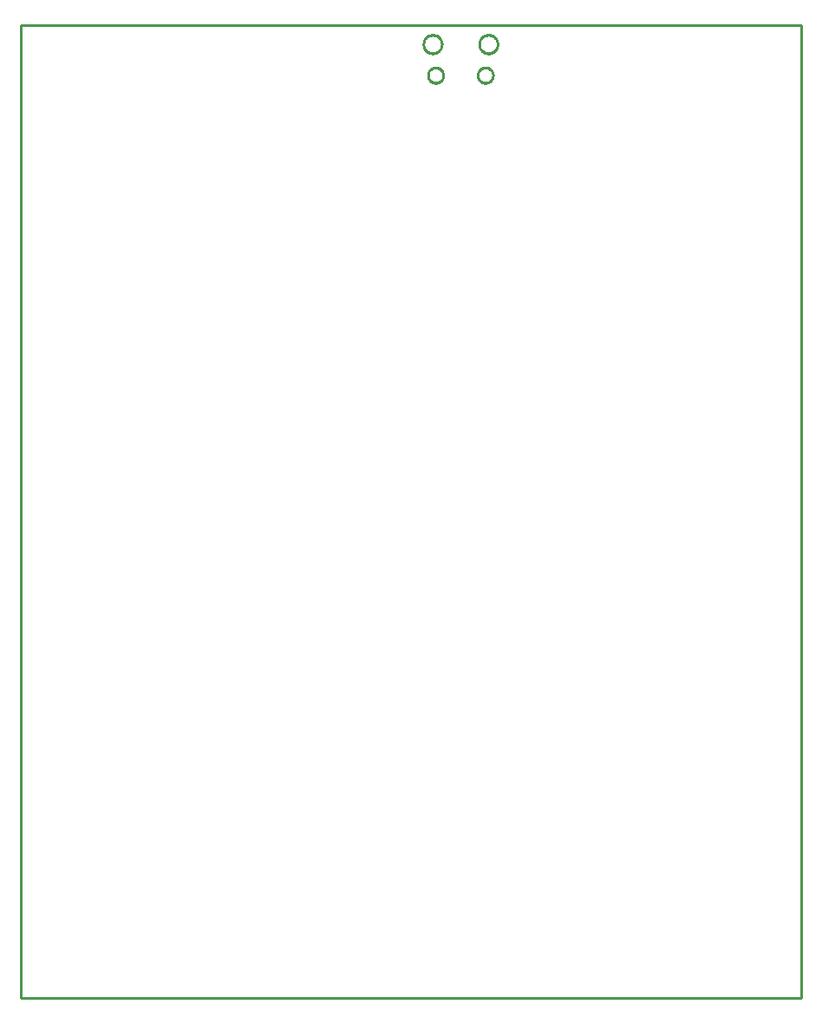
<source format=gko>
G04 EAGLE Gerber RS-274X export*
G75*
%MOMM*%
%FSLAX34Y34*%
%LPD*%
%INBoard Outline*%
%IPPOS*%
%AMOC8*
5,1,8,0,0,1.08239X$1,22.5*%
G01*
%ADD10C,0.000000*%
%ADD11C,0.254000*%


D10*
X0Y0D02*
X761800Y0D01*
X761800Y949200D01*
X0Y949200D01*
X0Y0D01*
X393010Y930880D02*
X393013Y931101D01*
X393021Y931322D01*
X393034Y931542D01*
X393053Y931762D01*
X393078Y931982D01*
X393107Y932201D01*
X393143Y932419D01*
X393183Y932636D01*
X393229Y932852D01*
X393280Y933067D01*
X393336Y933280D01*
X393398Y933493D01*
X393464Y933703D01*
X393536Y933912D01*
X393613Y934119D01*
X393695Y934324D01*
X393782Y934527D01*
X393874Y934728D01*
X393971Y934927D01*
X394073Y935123D01*
X394179Y935316D01*
X394290Y935507D01*
X394406Y935695D01*
X394527Y935880D01*
X394652Y936062D01*
X394781Y936241D01*
X394915Y936417D01*
X395053Y936590D01*
X395195Y936759D01*
X395341Y936924D01*
X395492Y937086D01*
X395646Y937244D01*
X395804Y937398D01*
X395966Y937549D01*
X396131Y937695D01*
X396300Y937837D01*
X396473Y937975D01*
X396649Y938109D01*
X396828Y938238D01*
X397010Y938363D01*
X397195Y938484D01*
X397383Y938600D01*
X397574Y938711D01*
X397767Y938817D01*
X397963Y938919D01*
X398162Y939016D01*
X398363Y939108D01*
X398566Y939195D01*
X398771Y939277D01*
X398978Y939354D01*
X399187Y939426D01*
X399397Y939492D01*
X399610Y939554D01*
X399823Y939610D01*
X400038Y939661D01*
X400254Y939707D01*
X400471Y939747D01*
X400689Y939783D01*
X400908Y939812D01*
X401128Y939837D01*
X401348Y939856D01*
X401568Y939869D01*
X401789Y939877D01*
X402010Y939880D01*
X402231Y939877D01*
X402452Y939869D01*
X402672Y939856D01*
X402892Y939837D01*
X403112Y939812D01*
X403331Y939783D01*
X403549Y939747D01*
X403766Y939707D01*
X403982Y939661D01*
X404197Y939610D01*
X404410Y939554D01*
X404623Y939492D01*
X404833Y939426D01*
X405042Y939354D01*
X405249Y939277D01*
X405454Y939195D01*
X405657Y939108D01*
X405858Y939016D01*
X406057Y938919D01*
X406253Y938817D01*
X406446Y938711D01*
X406637Y938600D01*
X406825Y938484D01*
X407010Y938363D01*
X407192Y938238D01*
X407371Y938109D01*
X407547Y937975D01*
X407720Y937837D01*
X407889Y937695D01*
X408054Y937549D01*
X408216Y937398D01*
X408374Y937244D01*
X408528Y937086D01*
X408679Y936924D01*
X408825Y936759D01*
X408967Y936590D01*
X409105Y936417D01*
X409239Y936241D01*
X409368Y936062D01*
X409493Y935880D01*
X409614Y935695D01*
X409730Y935507D01*
X409841Y935316D01*
X409947Y935123D01*
X410049Y934927D01*
X410146Y934728D01*
X410238Y934527D01*
X410325Y934324D01*
X410407Y934119D01*
X410484Y933912D01*
X410556Y933703D01*
X410622Y933493D01*
X410684Y933280D01*
X410740Y933067D01*
X410791Y932852D01*
X410837Y932636D01*
X410877Y932419D01*
X410913Y932201D01*
X410942Y931982D01*
X410967Y931762D01*
X410986Y931542D01*
X410999Y931322D01*
X411007Y931101D01*
X411010Y930880D01*
X411007Y930659D01*
X410999Y930438D01*
X410986Y930218D01*
X410967Y929998D01*
X410942Y929778D01*
X410913Y929559D01*
X410877Y929341D01*
X410837Y929124D01*
X410791Y928908D01*
X410740Y928693D01*
X410684Y928480D01*
X410622Y928267D01*
X410556Y928057D01*
X410484Y927848D01*
X410407Y927641D01*
X410325Y927436D01*
X410238Y927233D01*
X410146Y927032D01*
X410049Y926833D01*
X409947Y926637D01*
X409841Y926444D01*
X409730Y926253D01*
X409614Y926065D01*
X409493Y925880D01*
X409368Y925698D01*
X409239Y925519D01*
X409105Y925343D01*
X408967Y925170D01*
X408825Y925001D01*
X408679Y924836D01*
X408528Y924674D01*
X408374Y924516D01*
X408216Y924362D01*
X408054Y924211D01*
X407889Y924065D01*
X407720Y923923D01*
X407547Y923785D01*
X407371Y923651D01*
X407192Y923522D01*
X407010Y923397D01*
X406825Y923276D01*
X406637Y923160D01*
X406446Y923049D01*
X406253Y922943D01*
X406057Y922841D01*
X405858Y922744D01*
X405657Y922652D01*
X405454Y922565D01*
X405249Y922483D01*
X405042Y922406D01*
X404833Y922334D01*
X404623Y922268D01*
X404410Y922206D01*
X404197Y922150D01*
X403982Y922099D01*
X403766Y922053D01*
X403549Y922013D01*
X403331Y921977D01*
X403112Y921948D01*
X402892Y921923D01*
X402672Y921904D01*
X402452Y921891D01*
X402231Y921883D01*
X402010Y921880D01*
X401789Y921883D01*
X401568Y921891D01*
X401348Y921904D01*
X401128Y921923D01*
X400908Y921948D01*
X400689Y921977D01*
X400471Y922013D01*
X400254Y922053D01*
X400038Y922099D01*
X399823Y922150D01*
X399610Y922206D01*
X399397Y922268D01*
X399187Y922334D01*
X398978Y922406D01*
X398771Y922483D01*
X398566Y922565D01*
X398363Y922652D01*
X398162Y922744D01*
X397963Y922841D01*
X397767Y922943D01*
X397574Y923049D01*
X397383Y923160D01*
X397195Y923276D01*
X397010Y923397D01*
X396828Y923522D01*
X396649Y923651D01*
X396473Y923785D01*
X396300Y923923D01*
X396131Y924065D01*
X395966Y924211D01*
X395804Y924362D01*
X395646Y924516D01*
X395492Y924674D01*
X395341Y924836D01*
X395195Y925001D01*
X395053Y925170D01*
X394915Y925343D01*
X394781Y925519D01*
X394652Y925698D01*
X394527Y925880D01*
X394406Y926065D01*
X394290Y926253D01*
X394179Y926444D01*
X394073Y926637D01*
X393971Y926833D01*
X393874Y927032D01*
X393782Y927233D01*
X393695Y927436D01*
X393613Y927641D01*
X393536Y927848D01*
X393464Y928057D01*
X393398Y928267D01*
X393336Y928480D01*
X393280Y928693D01*
X393229Y928908D01*
X393183Y929124D01*
X393143Y929341D01*
X393107Y929559D01*
X393078Y929778D01*
X393053Y929998D01*
X393034Y930218D01*
X393021Y930438D01*
X393013Y930659D01*
X393010Y930880D01*
X447510Y930880D02*
X447513Y931101D01*
X447521Y931322D01*
X447534Y931542D01*
X447553Y931762D01*
X447578Y931982D01*
X447607Y932201D01*
X447643Y932419D01*
X447683Y932636D01*
X447729Y932852D01*
X447780Y933067D01*
X447836Y933280D01*
X447898Y933493D01*
X447964Y933703D01*
X448036Y933912D01*
X448113Y934119D01*
X448195Y934324D01*
X448282Y934527D01*
X448374Y934728D01*
X448471Y934927D01*
X448573Y935123D01*
X448679Y935316D01*
X448790Y935507D01*
X448906Y935695D01*
X449027Y935880D01*
X449152Y936062D01*
X449281Y936241D01*
X449415Y936417D01*
X449553Y936590D01*
X449695Y936759D01*
X449841Y936924D01*
X449992Y937086D01*
X450146Y937244D01*
X450304Y937398D01*
X450466Y937549D01*
X450631Y937695D01*
X450800Y937837D01*
X450973Y937975D01*
X451149Y938109D01*
X451328Y938238D01*
X451510Y938363D01*
X451695Y938484D01*
X451883Y938600D01*
X452074Y938711D01*
X452267Y938817D01*
X452463Y938919D01*
X452662Y939016D01*
X452863Y939108D01*
X453066Y939195D01*
X453271Y939277D01*
X453478Y939354D01*
X453687Y939426D01*
X453897Y939492D01*
X454110Y939554D01*
X454323Y939610D01*
X454538Y939661D01*
X454754Y939707D01*
X454971Y939747D01*
X455189Y939783D01*
X455408Y939812D01*
X455628Y939837D01*
X455848Y939856D01*
X456068Y939869D01*
X456289Y939877D01*
X456510Y939880D01*
X456731Y939877D01*
X456952Y939869D01*
X457172Y939856D01*
X457392Y939837D01*
X457612Y939812D01*
X457831Y939783D01*
X458049Y939747D01*
X458266Y939707D01*
X458482Y939661D01*
X458697Y939610D01*
X458910Y939554D01*
X459123Y939492D01*
X459333Y939426D01*
X459542Y939354D01*
X459749Y939277D01*
X459954Y939195D01*
X460157Y939108D01*
X460358Y939016D01*
X460557Y938919D01*
X460753Y938817D01*
X460946Y938711D01*
X461137Y938600D01*
X461325Y938484D01*
X461510Y938363D01*
X461692Y938238D01*
X461871Y938109D01*
X462047Y937975D01*
X462220Y937837D01*
X462389Y937695D01*
X462554Y937549D01*
X462716Y937398D01*
X462874Y937244D01*
X463028Y937086D01*
X463179Y936924D01*
X463325Y936759D01*
X463467Y936590D01*
X463605Y936417D01*
X463739Y936241D01*
X463868Y936062D01*
X463993Y935880D01*
X464114Y935695D01*
X464230Y935507D01*
X464341Y935316D01*
X464447Y935123D01*
X464549Y934927D01*
X464646Y934728D01*
X464738Y934527D01*
X464825Y934324D01*
X464907Y934119D01*
X464984Y933912D01*
X465056Y933703D01*
X465122Y933493D01*
X465184Y933280D01*
X465240Y933067D01*
X465291Y932852D01*
X465337Y932636D01*
X465377Y932419D01*
X465413Y932201D01*
X465442Y931982D01*
X465467Y931762D01*
X465486Y931542D01*
X465499Y931322D01*
X465507Y931101D01*
X465510Y930880D01*
X465507Y930659D01*
X465499Y930438D01*
X465486Y930218D01*
X465467Y929998D01*
X465442Y929778D01*
X465413Y929559D01*
X465377Y929341D01*
X465337Y929124D01*
X465291Y928908D01*
X465240Y928693D01*
X465184Y928480D01*
X465122Y928267D01*
X465056Y928057D01*
X464984Y927848D01*
X464907Y927641D01*
X464825Y927436D01*
X464738Y927233D01*
X464646Y927032D01*
X464549Y926833D01*
X464447Y926637D01*
X464341Y926444D01*
X464230Y926253D01*
X464114Y926065D01*
X463993Y925880D01*
X463868Y925698D01*
X463739Y925519D01*
X463605Y925343D01*
X463467Y925170D01*
X463325Y925001D01*
X463179Y924836D01*
X463028Y924674D01*
X462874Y924516D01*
X462716Y924362D01*
X462554Y924211D01*
X462389Y924065D01*
X462220Y923923D01*
X462047Y923785D01*
X461871Y923651D01*
X461692Y923522D01*
X461510Y923397D01*
X461325Y923276D01*
X461137Y923160D01*
X460946Y923049D01*
X460753Y922943D01*
X460557Y922841D01*
X460358Y922744D01*
X460157Y922652D01*
X459954Y922565D01*
X459749Y922483D01*
X459542Y922406D01*
X459333Y922334D01*
X459123Y922268D01*
X458910Y922206D01*
X458697Y922150D01*
X458482Y922099D01*
X458266Y922053D01*
X458049Y922013D01*
X457831Y921977D01*
X457612Y921948D01*
X457392Y921923D01*
X457172Y921904D01*
X456952Y921891D01*
X456731Y921883D01*
X456510Y921880D01*
X456289Y921883D01*
X456068Y921891D01*
X455848Y921904D01*
X455628Y921923D01*
X455408Y921948D01*
X455189Y921977D01*
X454971Y922013D01*
X454754Y922053D01*
X454538Y922099D01*
X454323Y922150D01*
X454110Y922206D01*
X453897Y922268D01*
X453687Y922334D01*
X453478Y922406D01*
X453271Y922483D01*
X453066Y922565D01*
X452863Y922652D01*
X452662Y922744D01*
X452463Y922841D01*
X452267Y922943D01*
X452074Y923049D01*
X451883Y923160D01*
X451695Y923276D01*
X451510Y923397D01*
X451328Y923522D01*
X451149Y923651D01*
X450973Y923785D01*
X450800Y923923D01*
X450631Y924065D01*
X450466Y924211D01*
X450304Y924362D01*
X450146Y924516D01*
X449992Y924674D01*
X449841Y924836D01*
X449695Y925001D01*
X449553Y925170D01*
X449415Y925343D01*
X449281Y925519D01*
X449152Y925698D01*
X449027Y925880D01*
X448906Y926065D01*
X448790Y926253D01*
X448679Y926444D01*
X448573Y926637D01*
X448471Y926833D01*
X448374Y927032D01*
X448282Y927233D01*
X448195Y927436D01*
X448113Y927641D01*
X448036Y927848D01*
X447964Y928057D01*
X447898Y928267D01*
X447836Y928480D01*
X447780Y928693D01*
X447729Y928908D01*
X447683Y929124D01*
X447643Y929341D01*
X447607Y929559D01*
X447578Y929778D01*
X447553Y929998D01*
X447534Y930218D01*
X447521Y930438D01*
X447513Y930659D01*
X447510Y930880D01*
X397510Y900580D02*
X397512Y900764D01*
X397519Y900948D01*
X397530Y901132D01*
X397546Y901315D01*
X397566Y901498D01*
X397591Y901680D01*
X397620Y901862D01*
X397654Y902043D01*
X397692Y902223D01*
X397735Y902402D01*
X397782Y902580D01*
X397833Y902757D01*
X397889Y902933D01*
X397948Y903107D01*
X398013Y903279D01*
X398081Y903450D01*
X398153Y903619D01*
X398230Y903787D01*
X398311Y903952D01*
X398396Y904115D01*
X398484Y904277D01*
X398577Y904436D01*
X398674Y904592D01*
X398774Y904747D01*
X398878Y904899D01*
X398986Y905048D01*
X399097Y905194D01*
X399212Y905338D01*
X399331Y905479D01*
X399453Y905617D01*
X399578Y905752D01*
X399707Y905883D01*
X399838Y906012D01*
X399973Y906137D01*
X400111Y906259D01*
X400252Y906378D01*
X400396Y906493D01*
X400542Y906604D01*
X400691Y906712D01*
X400843Y906816D01*
X400998Y906916D01*
X401154Y907013D01*
X401313Y907106D01*
X401475Y907194D01*
X401638Y907279D01*
X401803Y907360D01*
X401971Y907437D01*
X402140Y907509D01*
X402311Y907577D01*
X402483Y907642D01*
X402657Y907701D01*
X402833Y907757D01*
X403010Y907808D01*
X403188Y907855D01*
X403367Y907898D01*
X403547Y907936D01*
X403728Y907970D01*
X403910Y907999D01*
X404092Y908024D01*
X404275Y908044D01*
X404458Y908060D01*
X404642Y908071D01*
X404826Y908078D01*
X405010Y908080D01*
X405194Y908078D01*
X405378Y908071D01*
X405562Y908060D01*
X405745Y908044D01*
X405928Y908024D01*
X406110Y907999D01*
X406292Y907970D01*
X406473Y907936D01*
X406653Y907898D01*
X406832Y907855D01*
X407010Y907808D01*
X407187Y907757D01*
X407363Y907701D01*
X407537Y907642D01*
X407709Y907577D01*
X407880Y907509D01*
X408049Y907437D01*
X408217Y907360D01*
X408382Y907279D01*
X408545Y907194D01*
X408707Y907106D01*
X408866Y907013D01*
X409022Y906916D01*
X409177Y906816D01*
X409329Y906712D01*
X409478Y906604D01*
X409624Y906493D01*
X409768Y906378D01*
X409909Y906259D01*
X410047Y906137D01*
X410182Y906012D01*
X410313Y905883D01*
X410442Y905752D01*
X410567Y905617D01*
X410689Y905479D01*
X410808Y905338D01*
X410923Y905194D01*
X411034Y905048D01*
X411142Y904899D01*
X411246Y904747D01*
X411346Y904592D01*
X411443Y904436D01*
X411536Y904277D01*
X411624Y904115D01*
X411709Y903952D01*
X411790Y903787D01*
X411867Y903619D01*
X411939Y903450D01*
X412007Y903279D01*
X412072Y903107D01*
X412131Y902933D01*
X412187Y902757D01*
X412238Y902580D01*
X412285Y902402D01*
X412328Y902223D01*
X412366Y902043D01*
X412400Y901862D01*
X412429Y901680D01*
X412454Y901498D01*
X412474Y901315D01*
X412490Y901132D01*
X412501Y900948D01*
X412508Y900764D01*
X412510Y900580D01*
X412508Y900396D01*
X412501Y900212D01*
X412490Y900028D01*
X412474Y899845D01*
X412454Y899662D01*
X412429Y899480D01*
X412400Y899298D01*
X412366Y899117D01*
X412328Y898937D01*
X412285Y898758D01*
X412238Y898580D01*
X412187Y898403D01*
X412131Y898227D01*
X412072Y898053D01*
X412007Y897881D01*
X411939Y897710D01*
X411867Y897541D01*
X411790Y897373D01*
X411709Y897208D01*
X411624Y897045D01*
X411536Y896883D01*
X411443Y896724D01*
X411346Y896568D01*
X411246Y896413D01*
X411142Y896261D01*
X411034Y896112D01*
X410923Y895966D01*
X410808Y895822D01*
X410689Y895681D01*
X410567Y895543D01*
X410442Y895408D01*
X410313Y895277D01*
X410182Y895148D01*
X410047Y895023D01*
X409909Y894901D01*
X409768Y894782D01*
X409624Y894667D01*
X409478Y894556D01*
X409329Y894448D01*
X409177Y894344D01*
X409022Y894244D01*
X408866Y894147D01*
X408707Y894054D01*
X408545Y893966D01*
X408382Y893881D01*
X408217Y893800D01*
X408049Y893723D01*
X407880Y893651D01*
X407709Y893583D01*
X407537Y893518D01*
X407363Y893459D01*
X407187Y893403D01*
X407010Y893352D01*
X406832Y893305D01*
X406653Y893262D01*
X406473Y893224D01*
X406292Y893190D01*
X406110Y893161D01*
X405928Y893136D01*
X405745Y893116D01*
X405562Y893100D01*
X405378Y893089D01*
X405194Y893082D01*
X405010Y893080D01*
X404826Y893082D01*
X404642Y893089D01*
X404458Y893100D01*
X404275Y893116D01*
X404092Y893136D01*
X403910Y893161D01*
X403728Y893190D01*
X403547Y893224D01*
X403367Y893262D01*
X403188Y893305D01*
X403010Y893352D01*
X402833Y893403D01*
X402657Y893459D01*
X402483Y893518D01*
X402311Y893583D01*
X402140Y893651D01*
X401971Y893723D01*
X401803Y893800D01*
X401638Y893881D01*
X401475Y893966D01*
X401313Y894054D01*
X401154Y894147D01*
X400998Y894244D01*
X400843Y894344D01*
X400691Y894448D01*
X400542Y894556D01*
X400396Y894667D01*
X400252Y894782D01*
X400111Y894901D01*
X399973Y895023D01*
X399838Y895148D01*
X399707Y895277D01*
X399578Y895408D01*
X399453Y895543D01*
X399331Y895681D01*
X399212Y895822D01*
X399097Y895966D01*
X398986Y896112D01*
X398878Y896261D01*
X398774Y896413D01*
X398674Y896568D01*
X398577Y896724D01*
X398484Y896883D01*
X398396Y897045D01*
X398311Y897208D01*
X398230Y897373D01*
X398153Y897541D01*
X398081Y897710D01*
X398013Y897881D01*
X397948Y898053D01*
X397889Y898227D01*
X397833Y898403D01*
X397782Y898580D01*
X397735Y898758D01*
X397692Y898937D01*
X397654Y899117D01*
X397620Y899298D01*
X397591Y899480D01*
X397566Y899662D01*
X397546Y899845D01*
X397530Y900028D01*
X397519Y900212D01*
X397512Y900396D01*
X397510Y900580D01*
X446010Y900580D02*
X446012Y900764D01*
X446019Y900948D01*
X446030Y901132D01*
X446046Y901315D01*
X446066Y901498D01*
X446091Y901680D01*
X446120Y901862D01*
X446154Y902043D01*
X446192Y902223D01*
X446235Y902402D01*
X446282Y902580D01*
X446333Y902757D01*
X446389Y902933D01*
X446448Y903107D01*
X446513Y903279D01*
X446581Y903450D01*
X446653Y903619D01*
X446730Y903787D01*
X446811Y903952D01*
X446896Y904115D01*
X446984Y904277D01*
X447077Y904436D01*
X447174Y904592D01*
X447274Y904747D01*
X447378Y904899D01*
X447486Y905048D01*
X447597Y905194D01*
X447712Y905338D01*
X447831Y905479D01*
X447953Y905617D01*
X448078Y905752D01*
X448207Y905883D01*
X448338Y906012D01*
X448473Y906137D01*
X448611Y906259D01*
X448752Y906378D01*
X448896Y906493D01*
X449042Y906604D01*
X449191Y906712D01*
X449343Y906816D01*
X449498Y906916D01*
X449654Y907013D01*
X449813Y907106D01*
X449975Y907194D01*
X450138Y907279D01*
X450303Y907360D01*
X450471Y907437D01*
X450640Y907509D01*
X450811Y907577D01*
X450983Y907642D01*
X451157Y907701D01*
X451333Y907757D01*
X451510Y907808D01*
X451688Y907855D01*
X451867Y907898D01*
X452047Y907936D01*
X452228Y907970D01*
X452410Y907999D01*
X452592Y908024D01*
X452775Y908044D01*
X452958Y908060D01*
X453142Y908071D01*
X453326Y908078D01*
X453510Y908080D01*
X453694Y908078D01*
X453878Y908071D01*
X454062Y908060D01*
X454245Y908044D01*
X454428Y908024D01*
X454610Y907999D01*
X454792Y907970D01*
X454973Y907936D01*
X455153Y907898D01*
X455332Y907855D01*
X455510Y907808D01*
X455687Y907757D01*
X455863Y907701D01*
X456037Y907642D01*
X456209Y907577D01*
X456380Y907509D01*
X456549Y907437D01*
X456717Y907360D01*
X456882Y907279D01*
X457045Y907194D01*
X457207Y907106D01*
X457366Y907013D01*
X457522Y906916D01*
X457677Y906816D01*
X457829Y906712D01*
X457978Y906604D01*
X458124Y906493D01*
X458268Y906378D01*
X458409Y906259D01*
X458547Y906137D01*
X458682Y906012D01*
X458813Y905883D01*
X458942Y905752D01*
X459067Y905617D01*
X459189Y905479D01*
X459308Y905338D01*
X459423Y905194D01*
X459534Y905048D01*
X459642Y904899D01*
X459746Y904747D01*
X459846Y904592D01*
X459943Y904436D01*
X460036Y904277D01*
X460124Y904115D01*
X460209Y903952D01*
X460290Y903787D01*
X460367Y903619D01*
X460439Y903450D01*
X460507Y903279D01*
X460572Y903107D01*
X460631Y902933D01*
X460687Y902757D01*
X460738Y902580D01*
X460785Y902402D01*
X460828Y902223D01*
X460866Y902043D01*
X460900Y901862D01*
X460929Y901680D01*
X460954Y901498D01*
X460974Y901315D01*
X460990Y901132D01*
X461001Y900948D01*
X461008Y900764D01*
X461010Y900580D01*
X461008Y900396D01*
X461001Y900212D01*
X460990Y900028D01*
X460974Y899845D01*
X460954Y899662D01*
X460929Y899480D01*
X460900Y899298D01*
X460866Y899117D01*
X460828Y898937D01*
X460785Y898758D01*
X460738Y898580D01*
X460687Y898403D01*
X460631Y898227D01*
X460572Y898053D01*
X460507Y897881D01*
X460439Y897710D01*
X460367Y897541D01*
X460290Y897373D01*
X460209Y897208D01*
X460124Y897045D01*
X460036Y896883D01*
X459943Y896724D01*
X459846Y896568D01*
X459746Y896413D01*
X459642Y896261D01*
X459534Y896112D01*
X459423Y895966D01*
X459308Y895822D01*
X459189Y895681D01*
X459067Y895543D01*
X458942Y895408D01*
X458813Y895277D01*
X458682Y895148D01*
X458547Y895023D01*
X458409Y894901D01*
X458268Y894782D01*
X458124Y894667D01*
X457978Y894556D01*
X457829Y894448D01*
X457677Y894344D01*
X457522Y894244D01*
X457366Y894147D01*
X457207Y894054D01*
X457045Y893966D01*
X456882Y893881D01*
X456717Y893800D01*
X456549Y893723D01*
X456380Y893651D01*
X456209Y893583D01*
X456037Y893518D01*
X455863Y893459D01*
X455687Y893403D01*
X455510Y893352D01*
X455332Y893305D01*
X455153Y893262D01*
X454973Y893224D01*
X454792Y893190D01*
X454610Y893161D01*
X454428Y893136D01*
X454245Y893116D01*
X454062Y893100D01*
X453878Y893089D01*
X453694Y893082D01*
X453510Y893080D01*
X453326Y893082D01*
X453142Y893089D01*
X452958Y893100D01*
X452775Y893116D01*
X452592Y893136D01*
X452410Y893161D01*
X452228Y893190D01*
X452047Y893224D01*
X451867Y893262D01*
X451688Y893305D01*
X451510Y893352D01*
X451333Y893403D01*
X451157Y893459D01*
X450983Y893518D01*
X450811Y893583D01*
X450640Y893651D01*
X450471Y893723D01*
X450303Y893800D01*
X450138Y893881D01*
X449975Y893966D01*
X449813Y894054D01*
X449654Y894147D01*
X449498Y894244D01*
X449343Y894344D01*
X449191Y894448D01*
X449042Y894556D01*
X448896Y894667D01*
X448752Y894782D01*
X448611Y894901D01*
X448473Y895023D01*
X448338Y895148D01*
X448207Y895277D01*
X448078Y895408D01*
X447953Y895543D01*
X447831Y895681D01*
X447712Y895822D01*
X447597Y895966D01*
X447486Y896112D01*
X447378Y896261D01*
X447274Y896413D01*
X447174Y896568D01*
X447077Y896724D01*
X446984Y896883D01*
X446896Y897045D01*
X446811Y897208D01*
X446730Y897373D01*
X446653Y897541D01*
X446581Y897710D01*
X446513Y897881D01*
X446448Y898053D01*
X446389Y898227D01*
X446333Y898403D01*
X446282Y898580D01*
X446235Y898758D01*
X446192Y898937D01*
X446154Y899117D01*
X446120Y899298D01*
X446091Y899480D01*
X446066Y899662D01*
X446046Y899845D01*
X446030Y900028D01*
X446019Y900212D01*
X446012Y900396D01*
X446010Y900580D01*
D11*
X0Y0D02*
X761800Y0D01*
X761800Y949200D01*
X0Y949200D01*
X0Y0D01*
X411010Y930487D02*
X410942Y929704D01*
X410805Y928930D01*
X410602Y928171D01*
X410333Y927433D01*
X410001Y926720D01*
X409608Y926040D01*
X409157Y925396D01*
X408652Y924794D01*
X408096Y924238D01*
X407494Y923733D01*
X406850Y923282D01*
X406170Y922889D01*
X405457Y922557D01*
X404719Y922288D01*
X403960Y922085D01*
X403186Y921949D01*
X402403Y921880D01*
X401617Y921880D01*
X400834Y921949D01*
X400060Y922085D01*
X399301Y922288D01*
X398563Y922557D01*
X397850Y922889D01*
X397170Y923282D01*
X396526Y923733D01*
X395924Y924238D01*
X395368Y924794D01*
X394863Y925396D01*
X394412Y926040D01*
X394019Y926720D01*
X393687Y927433D01*
X393418Y928171D01*
X393215Y928930D01*
X393079Y929704D01*
X393010Y930487D01*
X393010Y931273D01*
X393079Y932056D01*
X393215Y932830D01*
X393418Y933589D01*
X393687Y934327D01*
X394019Y935040D01*
X394412Y935720D01*
X394863Y936364D01*
X395368Y936966D01*
X395924Y937522D01*
X396526Y938027D01*
X397170Y938478D01*
X397850Y938871D01*
X398563Y939203D01*
X399301Y939472D01*
X400060Y939675D01*
X400834Y939812D01*
X401617Y939880D01*
X402403Y939880D01*
X403186Y939812D01*
X403960Y939675D01*
X404719Y939472D01*
X405457Y939203D01*
X406170Y938871D01*
X406850Y938478D01*
X407494Y938027D01*
X408096Y937522D01*
X408652Y936966D01*
X409157Y936364D01*
X409608Y935720D01*
X410001Y935040D01*
X410333Y934327D01*
X410602Y933589D01*
X410805Y932830D01*
X410942Y932056D01*
X411010Y931273D01*
X411010Y930487D01*
X465510Y930487D02*
X465442Y929704D01*
X465305Y928930D01*
X465102Y928171D01*
X464833Y927433D01*
X464501Y926720D01*
X464108Y926040D01*
X463657Y925396D01*
X463152Y924794D01*
X462596Y924238D01*
X461994Y923733D01*
X461350Y923282D01*
X460670Y922889D01*
X459957Y922557D01*
X459219Y922288D01*
X458460Y922085D01*
X457686Y921949D01*
X456903Y921880D01*
X456117Y921880D01*
X455334Y921949D01*
X454560Y922085D01*
X453801Y922288D01*
X453063Y922557D01*
X452350Y922889D01*
X451670Y923282D01*
X451026Y923733D01*
X450424Y924238D01*
X449868Y924794D01*
X449363Y925396D01*
X448912Y926040D01*
X448519Y926720D01*
X448187Y927433D01*
X447918Y928171D01*
X447715Y928930D01*
X447579Y929704D01*
X447510Y930487D01*
X447510Y931273D01*
X447579Y932056D01*
X447715Y932830D01*
X447918Y933589D01*
X448187Y934327D01*
X448519Y935040D01*
X448912Y935720D01*
X449363Y936364D01*
X449868Y936966D01*
X450424Y937522D01*
X451026Y938027D01*
X451670Y938478D01*
X452350Y938871D01*
X453063Y939203D01*
X453801Y939472D01*
X454560Y939675D01*
X455334Y939812D01*
X456117Y939880D01*
X456903Y939880D01*
X457686Y939812D01*
X458460Y939675D01*
X459219Y939472D01*
X459957Y939203D01*
X460670Y938871D01*
X461350Y938478D01*
X461994Y938027D01*
X462596Y937522D01*
X463152Y936966D01*
X463657Y936364D01*
X464108Y935720D01*
X464501Y935040D01*
X464833Y934327D01*
X465102Y933589D01*
X465305Y932830D01*
X465442Y932056D01*
X465510Y931273D01*
X465510Y930487D01*
X412510Y900212D02*
X412438Y899478D01*
X412294Y898755D01*
X412080Y898050D01*
X411798Y897369D01*
X411451Y896720D01*
X411041Y896107D01*
X410574Y895537D01*
X410053Y895016D01*
X409483Y894549D01*
X408870Y894139D01*
X408221Y893792D01*
X407540Y893510D01*
X406835Y893296D01*
X406112Y893152D01*
X405378Y893080D01*
X404642Y893080D01*
X403908Y893152D01*
X403185Y893296D01*
X402480Y893510D01*
X401799Y893792D01*
X401150Y894139D01*
X400537Y894549D01*
X399967Y895016D01*
X399446Y895537D01*
X398979Y896107D01*
X398569Y896720D01*
X398222Y897369D01*
X397940Y898050D01*
X397726Y898755D01*
X397582Y899478D01*
X397510Y900212D01*
X397510Y900948D01*
X397582Y901682D01*
X397726Y902405D01*
X397940Y903110D01*
X398222Y903791D01*
X398569Y904440D01*
X398979Y905053D01*
X399446Y905623D01*
X399967Y906144D01*
X400537Y906611D01*
X401150Y907021D01*
X401799Y907368D01*
X402480Y907650D01*
X403185Y907864D01*
X403908Y908008D01*
X404642Y908080D01*
X405378Y908080D01*
X406112Y908008D01*
X406835Y907864D01*
X407540Y907650D01*
X408221Y907368D01*
X408870Y907021D01*
X409483Y906611D01*
X410053Y906144D01*
X410574Y905623D01*
X411041Y905053D01*
X411451Y904440D01*
X411798Y903791D01*
X412080Y903110D01*
X412294Y902405D01*
X412438Y901682D01*
X412510Y900948D01*
X412510Y900212D01*
X461010Y900212D02*
X460938Y899478D01*
X460794Y898755D01*
X460580Y898050D01*
X460298Y897369D01*
X459951Y896720D01*
X459541Y896107D01*
X459074Y895537D01*
X458553Y895016D01*
X457983Y894549D01*
X457370Y894139D01*
X456721Y893792D01*
X456040Y893510D01*
X455335Y893296D01*
X454612Y893152D01*
X453878Y893080D01*
X453142Y893080D01*
X452408Y893152D01*
X451685Y893296D01*
X450980Y893510D01*
X450299Y893792D01*
X449650Y894139D01*
X449037Y894549D01*
X448467Y895016D01*
X447946Y895537D01*
X447479Y896107D01*
X447069Y896720D01*
X446722Y897369D01*
X446440Y898050D01*
X446226Y898755D01*
X446082Y899478D01*
X446010Y900212D01*
X446010Y900948D01*
X446082Y901682D01*
X446226Y902405D01*
X446440Y903110D01*
X446722Y903791D01*
X447069Y904440D01*
X447479Y905053D01*
X447946Y905623D01*
X448467Y906144D01*
X449037Y906611D01*
X449650Y907021D01*
X450299Y907368D01*
X450980Y907650D01*
X451685Y907864D01*
X452408Y908008D01*
X453142Y908080D01*
X453878Y908080D01*
X454612Y908008D01*
X455335Y907864D01*
X456040Y907650D01*
X456721Y907368D01*
X457370Y907021D01*
X457983Y906611D01*
X458553Y906144D01*
X459074Y905623D01*
X459541Y905053D01*
X459951Y904440D01*
X460298Y903791D01*
X460580Y903110D01*
X460794Y902405D01*
X460938Y901682D01*
X461010Y900948D01*
X461010Y900212D01*
M02*

</source>
